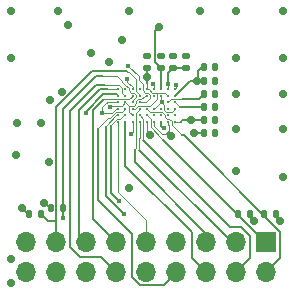
<source format=gbr>
%TF.GenerationSoftware,KiCad,Pcbnew,7.0.5*%
%TF.CreationDate,2024-03-10T15:58:08+09:00*%
%TF.ProjectId,camera_exp,63616d65-7261-45f6-9578-702e6b696361,rev?*%
%TF.SameCoordinates,Original*%
%TF.FileFunction,Copper,L1,Top*%
%TF.FilePolarity,Positive*%
%FSLAX46Y46*%
G04 Gerber Fmt 4.6, Leading zero omitted, Abs format (unit mm)*
G04 Created by KiCad (PCBNEW 7.0.5) date 2024-03-10 15:58:08*
%MOMM*%
%LPD*%
G01*
G04 APERTURE LIST*
G04 Aperture macros list*
%AMRoundRect*
0 Rectangle with rounded corners*
0 $1 Rounding radius*
0 $2 $3 $4 $5 $6 $7 $8 $9 X,Y pos of 4 corners*
0 Add a 4 corners polygon primitive as box body*
4,1,4,$2,$3,$4,$5,$6,$7,$8,$9,$2,$3,0*
0 Add four circle primitives for the rounded corners*
1,1,$1+$1,$2,$3*
1,1,$1+$1,$4,$5*
1,1,$1+$1,$6,$7*
1,1,$1+$1,$8,$9*
0 Add four rect primitives between the rounded corners*
20,1,$1+$1,$2,$3,$4,$5,0*
20,1,$1+$1,$4,$5,$6,$7,0*
20,1,$1+$1,$6,$7,$8,$9,0*
20,1,$1+$1,$8,$9,$2,$3,0*%
G04 Aperture macros list end*
%TA.AperFunction,ComponentPad*%
%ADD10R,1.700000X1.700000*%
%TD*%
%TA.AperFunction,ComponentPad*%
%ADD11O,1.700000X1.700000*%
%TD*%
%TA.AperFunction,SMDPad,CuDef*%
%ADD12C,0.250000*%
%TD*%
%TA.AperFunction,SMDPad,CuDef*%
%ADD13RoundRect,0.140000X0.170000X-0.140000X0.170000X0.140000X-0.170000X0.140000X-0.170000X-0.140000X0*%
%TD*%
%TA.AperFunction,SMDPad,CuDef*%
%ADD14RoundRect,0.140000X-0.140000X-0.170000X0.140000X-0.170000X0.140000X0.170000X-0.140000X0.170000X0*%
%TD*%
%TA.AperFunction,SMDPad,CuDef*%
%ADD15RoundRect,0.135000X0.135000X0.185000X-0.135000X0.185000X-0.135000X-0.185000X0.135000X-0.185000X0*%
%TD*%
%TA.AperFunction,SMDPad,CuDef*%
%ADD16RoundRect,0.135000X-0.135000X-0.185000X0.135000X-0.185000X0.135000X0.185000X-0.135000X0.185000X0*%
%TD*%
%TA.AperFunction,ViaPad*%
%ADD17C,0.450000*%
%TD*%
%TA.AperFunction,ViaPad*%
%ADD18C,0.700000*%
%TD*%
%TA.AperFunction,Conductor*%
%ADD19C,0.150000*%
%TD*%
%TA.AperFunction,Conductor*%
%ADD20C,0.100000*%
%TD*%
%TA.AperFunction,Conductor*%
%ADD21C,0.200000*%
%TD*%
%TA.AperFunction,Conductor*%
%ADD22C,0.350000*%
%TD*%
%TA.AperFunction,Conductor*%
%ADD23C,0.120000*%
%TD*%
G04 APERTURE END LIST*
D10*
%TO.P,J1,1,Pin_1*%
%TO.N,/DVP_0*%
X102620000Y-57560000D03*
D11*
%TO.P,J1,2,Pin_2*%
%TO.N,/DVP_1*%
X102620000Y-60100000D03*
%TO.P,J1,3,Pin_3*%
%TO.N,/DVP_2*%
X100080000Y-57560000D03*
%TO.P,J1,4,Pin_4*%
%TO.N,/DVP_3*%
X100080000Y-60100000D03*
%TO.P,J1,5,Pin_5*%
%TO.N,/DVP_4*%
X97540000Y-57560000D03*
%TO.P,J1,6,Pin_6*%
%TO.N,/DVP_5*%
X97540000Y-60100000D03*
%TO.P,J1,7,Pin_7*%
%TO.N,/DVP_6*%
X95000000Y-57560000D03*
%TO.P,J1,8,Pin_8*%
%TO.N,/DVP_7*%
X95000000Y-60100000D03*
%TO.P,J1,9,Pin_9*%
%TO.N,/DVP_8*%
X92460000Y-57560000D03*
%TO.P,J1,10,Pin_10*%
%TO.N,/DVP_9*%
X92460000Y-60100000D03*
%TO.P,J1,11,Pin_11*%
%TO.N,/VSYNC*%
X89920000Y-57560000D03*
%TO.P,J1,12,Pin_12*%
%TO.N,/HREF*%
X89920000Y-60100000D03*
%TO.P,J1,13,Pin_13*%
%TO.N,/PCLK*%
X87380000Y-57560000D03*
%TO.P,J1,14,Pin_14*%
%TO.N,/EXCLK*%
X87380000Y-60100000D03*
%TO.P,J1,15,Pin_15*%
%TO.N,/SDA*%
X84840000Y-57560000D03*
%TO.P,J1,16,Pin_16*%
%TO.N,/SCL*%
X84840000Y-60100000D03*
%TO.P,J1,17,Pin_17*%
%TO.N,+3V3*%
X82300000Y-57560000D03*
%TO.P,J1,18,Pin_18*%
%TO.N,GND*%
X82300000Y-60100000D03*
%TD*%
D12*
%TO.P,U1,A1,PCLK*%
%TO.N,/PCLK*%
X90080000Y-44620000D03*
%TO.P,U1,A2,DOGND*%
%TO.N,GND*%
X90680000Y-44620000D03*
%TO.P,U1,A3,DOVDD*%
%TO.N,+2V8*%
X91280000Y-44620000D03*
%TO.P,U1,A4,PWDN*%
%TO.N,/PWDN*%
X91880000Y-44620000D03*
%TO.P,U1,A5,DOVDD*%
%TO.N,+2V8*%
X92480000Y-44620000D03*
%TO.P,U1,A6,DOGND*%
%TO.N,GND*%
X93080000Y-44620000D03*
%TO.P,U1,A7,VR*%
%TO.N,/VR*%
X93680000Y-44620000D03*
%TO.P,U1,A8,DVDD*%
%TO.N,/DVDD*%
X94280000Y-44620000D03*
%TO.P,U1,A9,AGND*%
%TO.N,GND*%
X94880000Y-44620000D03*
%TO.P,U1,B1,AGND*%
X90080000Y-45170000D03*
%TO.P,U1,B2,HREF*%
%TO.N,/HREF*%
X90680000Y-45170000D03*
%TO.P,U1,B3,VSYNC*%
%TO.N,/VSYNC*%
X91280000Y-45170000D03*
%TO.P,U1,B4,SDA*%
%TO.N,/SDA*%
X91880000Y-45170000D03*
%TO.P,U1,B5,DVDD*%
%TO.N,/DVDD*%
X92480000Y-45170000D03*
%TO.P,U1,B6,VDD_EF*%
%TO.N,unconnected-(U1-VDD_EF-PadB6)*%
X93080000Y-45170000D03*
%TO.P,U1,B7,DOGND*%
%TO.N,GND*%
X93680000Y-45170000D03*
%TO.P,U1,B8,DOVDD*%
%TO.N,+2V8*%
X94280000Y-45170000D03*
%TO.P,U1,B9,AVDD*%
%TO.N,+1V8*%
X94880000Y-45170000D03*
%TO.P,U1,C1,AVDD*%
X90080000Y-45720000D03*
%TO.P,U1,C2,DVDD*%
%TO.N,/DVDD*%
X90680000Y-45720000D03*
%TO.P,U1,C3,SCL*%
%TO.N,/SCL*%
X91280000Y-45720000D03*
%TO.P,U1,C4,RSTB*%
%TO.N,/RSTB*%
X91880000Y-45720000D03*
%TO.P,U1,C8,VH*%
%TO.N,Net-(U1-VH)*%
X94280000Y-45720000D03*
%TO.P,U1,C9,VN*%
%TO.N,Net-(U1-VN)*%
X94880000Y-45720000D03*
%TO.P,U1,D1,AVDD*%
%TO.N,+1V8*%
X90080000Y-46270000D03*
%TO.P,U1,D2,D7*%
%TO.N,/DVP_7*%
X90680000Y-46270000D03*
%TO.P,U1,D3,DOVDD*%
%TO.N,+2V8*%
X91280000Y-46270000D03*
%TO.P,U1,D4,D4*%
%TO.N,/DVP_4*%
X91880000Y-46270000D03*
%TO.P,U1,D5,D1/SID1*%
%TO.N,/DVP_1*%
X92480000Y-46270000D03*
%TO.P,U1,D6,AGND*%
%TO.N,GND*%
X93080000Y-46270000D03*
%TO.P,U1,D7,MCN*%
%TO.N,/MCN*%
X93680000Y-46270000D03*
%TO.P,U1,D8,MCP*%
%TO.N,/MCP*%
X94280000Y-46270000D03*
%TO.P,U1,D9,DOGND*%
%TO.N,GND*%
X94880000Y-46270000D03*
%TO.P,U1,E1,D9*%
%TO.N,/DVP_9*%
X90080000Y-46820000D03*
%TO.P,U1,E2,D6*%
%TO.N,/DVP_6*%
X90680000Y-46820000D03*
%TO.P,U1,E3,DVDD*%
%TO.N,/DVDD*%
X91280000Y-46820000D03*
%TO.P,U1,E4,D3*%
%TO.N,/DVP_3*%
X91880000Y-46820000D03*
%TO.P,U1,E5,D0/SID0*%
%TO.N,/DVP_0*%
X92480000Y-46820000D03*
%TO.P,U1,E6,MDN1*%
%TO.N,/MDN1*%
X93080000Y-46820000D03*
%TO.P,U1,E7,MDP1*%
%TO.N,/MDP1*%
X93680000Y-46820000D03*
%TO.P,U1,E8,MDP0*%
%TO.N,/MDP0*%
X94280000Y-46820000D03*
%TO.P,U1,E9,MDN0*%
%TO.N,/MDN0*%
X94880000Y-46820000D03*
%TO.P,U1,F1,D8*%
%TO.N,/DVP_8*%
X90080000Y-47370000D03*
%TO.P,U1,F2,D5*%
%TO.N,/DVP_5*%
X90680000Y-47370000D03*
%TO.P,U1,F3,DOGND*%
%TO.N,GND*%
X91280000Y-47370000D03*
%TO.P,U1,F4,D2*%
%TO.N,/DVP_2*%
X91880000Y-47370000D03*
%TO.P,U1,F5,EXCLK*%
%TO.N,/EXCLK*%
X92480000Y-47370000D03*
%TO.P,U1,F6,MVDD*%
%TO.N,/DVDD*%
X93080000Y-47370000D03*
%TO.P,U1,F7,DOGND*%
%TO.N,GND*%
X93680000Y-47370000D03*
%TO.P,U1,F8,MVDD*%
%TO.N,/DVDD*%
X94280000Y-47370000D03*
%TO.P,U1,F9,DOVDD*%
%TO.N,+2V8*%
X94880000Y-47370000D03*
%TD*%
D13*
%TO.P,C14,1*%
%TO.N,+2V8*%
X92500000Y-42780000D03*
%TO.P,C14,2*%
%TO.N,GND*%
X92500000Y-41820000D03*
%TD*%
D14*
%TO.P,C2,1*%
%TO.N,Net-(U1-VN)*%
X97320000Y-46150000D03*
%TO.P,C2,2*%
%TO.N,GND*%
X98280000Y-46150000D03*
%TD*%
D13*
%TO.P,C8,1*%
%TO.N,/DVDD*%
X94700000Y-42780000D03*
%TO.P,C8,2*%
%TO.N,GND*%
X94700000Y-41820000D03*
%TD*%
D15*
%TO.P,R3,2*%
%TO.N,/DVP_1*%
X102380000Y-55200000D03*
%TO.P,R3,1*%
%TO.N,+2V8*%
X103400000Y-55200000D03*
%TD*%
%TO.P,R2,1*%
%TO.N,+2V8*%
X101200000Y-55200000D03*
%TO.P,R2,2*%
%TO.N,/DVP_0*%
X100180000Y-55200000D03*
%TD*%
D14*
%TO.P,C5,1*%
%TO.N,+1V8*%
X97330000Y-43870000D03*
%TO.P,C5,2*%
%TO.N,GND*%
X98290000Y-43870000D03*
%TD*%
%TO.P,C18,1*%
%TO.N,+2V8*%
X97320000Y-47250000D03*
%TO.P,C18,2*%
%TO.N,GND*%
X98280000Y-47250000D03*
%TD*%
%TO.P,C13,1*%
%TO.N,/DVDD*%
X97320000Y-48300000D03*
%TO.P,C13,2*%
%TO.N,GND*%
X98280000Y-48300000D03*
%TD*%
%TO.P,C7,1*%
%TO.N,+1V8*%
X97320000Y-42700000D03*
%TO.P,C7,2*%
%TO.N,GND*%
X98280000Y-42700000D03*
%TD*%
D13*
%TO.P,C3,1*%
%TO.N,/VR*%
X93650000Y-42780000D03*
%TO.P,C3,2*%
%TO.N,GND*%
X93650000Y-41820000D03*
%TD*%
%TO.P,C19,1*%
%TO.N,/DVDD*%
X95800000Y-42780000D03*
%TO.P,C19,2*%
%TO.N,GND*%
X95800000Y-41820000D03*
%TD*%
D16*
%TO.P,R5,1*%
%TO.N,+2V8*%
X84390000Y-54700000D03*
%TO.P,R5,2*%
%TO.N,/SCL*%
X85410000Y-54700000D03*
%TD*%
%TO.P,R4,1*%
%TO.N,+2V8*%
X82490000Y-55200000D03*
%TO.P,R4,2*%
%TO.N,/SDA*%
X83510000Y-55200000D03*
%TD*%
D14*
%TO.P,C1,1*%
%TO.N,Net-(U1-VH)*%
X97320000Y-45000000D03*
%TO.P,C1,2*%
%TO.N,GND*%
X98280000Y-45000000D03*
%TD*%
D17*
%TO.N,GND*%
X87310000Y-46590000D03*
%TO.N,/SCL*%
X85410000Y-55480000D03*
%TO.N,/DVP_9*%
X90520000Y-55170000D03*
%TO.N,/DVP_6*%
X90170000Y-54090000D03*
%TO.N,+2V8*%
X90830000Y-43780000D03*
%TO.N,+1V8*%
X88700000Y-46590000D03*
%TO.N,/DVDD*%
X89370000Y-46110000D03*
%TO.N,GND*%
X91150000Y-48360000D03*
X93910000Y-47910000D03*
X93050000Y-44190000D03*
X95000000Y-44230000D03*
%TO.N,/DVDD*%
X94270000Y-44170000D03*
%TO.N,GND*%
X93750000Y-45720000D03*
%TO.N,/RSTB*%
X90921578Y-42602637D03*
D18*
%TO.N,/VR*%
X93500000Y-39300000D03*
%TO.N,+2V8*%
X103800000Y-55800000D03*
X101600000Y-55800000D03*
X81900000Y-54700000D03*
X83800000Y-54200000D03*
%TO.N,GND*%
X87800000Y-41500000D03*
X83500000Y-47500000D03*
X84201728Y-50798272D03*
X81434500Y-50200000D03*
X81500000Y-47500000D03*
X81000000Y-59000000D03*
X81000000Y-61000000D03*
X91000000Y-53000000D03*
X100080000Y-51490000D03*
X104000000Y-52000000D03*
X100000000Y-45000000D03*
X100000000Y-48000000D03*
X104000000Y-48000000D03*
X104000000Y-45000000D03*
X100000000Y-42000000D03*
X104000000Y-42000000D03*
X104000000Y-38000000D03*
X100000000Y-38000000D03*
X97000000Y-38000000D03*
X91000000Y-38000000D03*
X85000000Y-38000000D03*
X81000000Y-38000000D03*
X81000000Y-42000000D03*
%TO.N,+2V8*%
X89300000Y-42300000D03*
X96200000Y-47250000D03*
X84300000Y-45500000D03*
X85300000Y-44800000D03*
%TO.N,+1V8*%
X90400000Y-40450000D03*
X96700000Y-43870000D03*
%TO.N,GND*%
X85800000Y-39200000D03*
%TO.N,+2V8*%
X92511128Y-43570628D03*
%TO.N,/DVDD*%
X96500000Y-48330000D03*
X94520000Y-48570000D03*
%TO.N,/EXCLK*%
X92728200Y-48521800D03*
%TD*%
D19*
%TO.N,/VSYNC*%
X87940000Y-55580000D02*
X89920000Y-57560000D01*
X87940000Y-46390000D02*
X87940000Y-55580000D01*
X88885000Y-45445000D02*
X87940000Y-46390000D01*
D20*
%TO.N,/SCL*%
X88810000Y-43490000D02*
X88800000Y-43500000D01*
X89940000Y-43490000D02*
X88810000Y-43490000D01*
X90380000Y-43966397D02*
X90380000Y-43930000D01*
X90643603Y-44230000D02*
X90380000Y-43966397D01*
X90680000Y-44230000D02*
X90643603Y-44230000D01*
X91393909Y-44895000D02*
X91145000Y-44895000D01*
X91555000Y-45056091D02*
X91393909Y-44895000D01*
X91280000Y-45558909D02*
X91555000Y-45283909D01*
X91555000Y-45283909D02*
X91555000Y-45056091D01*
X91280000Y-45720000D02*
X91280000Y-45558909D01*
X91145000Y-44895000D02*
X90955000Y-44705000D01*
X90380000Y-43930000D02*
X89940000Y-43490000D01*
X90955000Y-44705000D02*
X90955000Y-44505000D01*
X90955000Y-44505000D02*
X90680000Y-44230000D01*
D19*
%TO.N,/PCLK*%
X86780000Y-56960000D02*
X86950000Y-57130000D01*
X88500000Y-44620000D02*
X86780000Y-46340000D01*
X86780000Y-46340000D02*
X86780000Y-56960000D01*
X89180000Y-44620000D02*
X88500000Y-44620000D01*
%TO.N,GND*%
X87310000Y-46507340D02*
X87310000Y-46590000D01*
X88772340Y-45045000D02*
X87310000Y-46507340D01*
X89955000Y-45045000D02*
X88772340Y-45045000D01*
X90080000Y-45170000D02*
X89955000Y-45045000D01*
%TO.N,/HREF*%
X88620000Y-58800000D02*
X89920000Y-60100000D01*
X86850000Y-58800000D02*
X88620000Y-58800000D01*
X86000000Y-57950000D02*
X86850000Y-58800000D01*
X86000000Y-46470000D02*
X86000000Y-57950000D01*
X88220000Y-44250000D02*
X86000000Y-46470000D01*
X88950000Y-44250000D02*
X88220000Y-44250000D01*
%TO.N,/SCL*%
X85400000Y-46280000D02*
X85400000Y-55470000D01*
X85400000Y-55470000D02*
X85410000Y-55480000D01*
X88800000Y-43500000D02*
X88180000Y-43500000D01*
X88180000Y-43500000D02*
X85400000Y-46280000D01*
%TO.N,/SDA*%
X84840000Y-46130000D02*
X84840000Y-55800000D01*
X90800000Y-43100000D02*
X87870000Y-43100000D01*
X87870000Y-43100000D02*
X84840000Y-46130000D01*
%TO.N,/DVP_9*%
X89000000Y-53650000D02*
X90520000Y-55170000D01*
X89000000Y-47700000D02*
X89000000Y-53650000D01*
%TO.N,/SCL*%
X85400000Y-55490000D02*
X85400000Y-55500000D01*
X85410000Y-55480000D02*
X85400000Y-55490000D01*
D20*
%TO.N,+1V8*%
X88700000Y-46590000D02*
X88700000Y-46600000D01*
X88700000Y-46140000D02*
X88700000Y-46590000D01*
X89057495Y-45782505D02*
X88700000Y-46140000D01*
X89183603Y-45660000D02*
X89061098Y-45782505D01*
X90080000Y-45720000D02*
X90020000Y-45660000D01*
X90020000Y-45660000D02*
X89183603Y-45660000D01*
X89061098Y-45782505D02*
X89057495Y-45782505D01*
%TO.N,/VSYNC*%
X89529314Y-45445000D02*
X88885000Y-45445000D01*
X89534314Y-45450000D02*
X89529314Y-45445000D01*
X89865686Y-45450000D02*
X89534314Y-45450000D01*
X91005000Y-45445000D02*
X89870686Y-45445000D01*
X89870686Y-45445000D02*
X89865686Y-45450000D01*
X91280000Y-45170000D02*
X91005000Y-45445000D01*
%TO.N,+1V8*%
X89534314Y-46600000D02*
X88700000Y-46600000D01*
X89687157Y-46447157D02*
X89534314Y-46600000D01*
X89687157Y-46447157D02*
X89864315Y-46270000D01*
X89634315Y-46500000D02*
X89687157Y-46447157D01*
%TO.N,GND*%
X91140000Y-48360000D02*
X91280000Y-48220000D01*
X91150000Y-48360000D02*
X91140000Y-48360000D01*
X91150000Y-48350000D02*
X91150000Y-48360000D01*
D19*
X93910000Y-47910000D02*
X93900000Y-47900000D01*
D20*
X93050000Y-44190000D02*
X93050000Y-44250000D01*
X95000000Y-44230000D02*
X95000000Y-44500000D01*
D21*
%TO.N,/DVDD*%
X94250000Y-44150000D02*
X94250000Y-43250000D01*
X94270000Y-44170000D02*
X94250000Y-44150000D01*
X94250000Y-44190000D02*
X94270000Y-44170000D01*
D20*
%TO.N,+2V8*%
X92780000Y-45995000D02*
X93355000Y-45420000D01*
X93355000Y-45420000D02*
X93355000Y-44930000D01*
X91280000Y-46270000D02*
X91491091Y-46270000D01*
X91766091Y-45995000D02*
X92780000Y-45995000D01*
X93355000Y-44930000D02*
X93320000Y-44895000D01*
X93320000Y-44895000D02*
X92935000Y-44895000D01*
X91491091Y-46270000D02*
X91766091Y-45995000D01*
X94005000Y-44895000D02*
X93320000Y-44895000D01*
%TO.N,GND*%
X93690000Y-45660000D02*
X93080000Y-46270000D01*
X93955000Y-45925000D02*
X93690000Y-45660000D01*
X94150000Y-46545000D02*
X93955000Y-46350000D01*
X94605000Y-46545000D02*
X94150000Y-46545000D01*
X93955000Y-46350000D02*
X93955000Y-45925000D01*
X94880000Y-46270000D02*
X94605000Y-46545000D01*
X93680000Y-45170000D02*
X93680000Y-45700000D01*
%TO.N,/RSTB*%
X91790000Y-43471059D02*
X91790000Y-43810000D01*
X92380000Y-45720000D02*
X91880000Y-45720000D01*
X92755000Y-45345000D02*
X92380000Y-45720000D01*
X92755000Y-45056091D02*
X92755000Y-45345000D01*
X92593909Y-44895000D02*
X92755000Y-45056091D01*
X92366091Y-44895000D02*
X92593909Y-44895000D01*
X91790000Y-43810000D02*
X92155000Y-44175000D01*
X92155000Y-44175000D02*
X92155000Y-44683909D01*
X92155000Y-44683909D02*
X92366091Y-44895000D01*
X90921578Y-42602637D02*
X91790000Y-43471059D01*
%TO.N,/SDA*%
X90950000Y-43120000D02*
X90820000Y-43120000D01*
X90820000Y-43120000D02*
X90800000Y-43100000D01*
X91590000Y-43760000D02*
X90950000Y-43120000D01*
X91880000Y-45060000D02*
X91590000Y-44770000D01*
X91880000Y-45170000D02*
X91880000Y-45060000D01*
X91590000Y-44770000D02*
X91590000Y-43760000D01*
%TO.N,+2V8*%
X94280000Y-45170000D02*
X94005000Y-44895000D01*
X92935000Y-44895000D02*
X92660000Y-44620000D01*
X92660000Y-44620000D02*
X92480000Y-44620000D01*
X91280000Y-44443224D02*
X91280000Y-44620000D01*
X90840000Y-44003224D02*
X91280000Y-44443224D01*
X90840000Y-43800000D02*
X90840000Y-44003224D01*
%TO.N,/HREF*%
X90148909Y-44250000D02*
X88950000Y-44250000D01*
X90405000Y-44895000D02*
X90405000Y-44506091D01*
X90680000Y-45170000D02*
X90405000Y-44895000D01*
X90405000Y-44506091D02*
X90148909Y-44250000D01*
D21*
%TO.N,/VR*%
X93140000Y-39640000D02*
X93140000Y-42270000D01*
X93140000Y-42270000D02*
X93650000Y-42780000D01*
X93480000Y-39300000D02*
X93140000Y-39640000D01*
X93500000Y-39300000D02*
X93480000Y-39300000D01*
%TO.N,+2V8*%
X103400000Y-55400000D02*
X103800000Y-55800000D01*
X103400000Y-55200000D02*
X103400000Y-55400000D01*
X101200000Y-55400000D02*
X101600000Y-55800000D01*
X101200000Y-55200000D02*
X101200000Y-55400000D01*
X82400000Y-55200000D02*
X81900000Y-54700000D01*
X82490000Y-55200000D02*
X82400000Y-55200000D01*
X84300000Y-54700000D02*
X83800000Y-54200000D01*
X84390000Y-54700000D02*
X84300000Y-54700000D01*
D19*
%TO.N,/SDA*%
X83510000Y-55200000D02*
X84110000Y-55800000D01*
X84840000Y-55800000D02*
X84840000Y-57560000D01*
X84110000Y-55800000D02*
X84840000Y-55800000D01*
D20*
%TO.N,/DVP_0*%
X93717158Y-48750000D02*
X93717158Y-48767158D01*
X93717158Y-48767158D02*
X93850000Y-48900000D01*
%TO.N,/DVDD*%
X93080000Y-47680000D02*
X93080000Y-47370000D01*
X93800000Y-48400000D02*
X93080000Y-47680000D01*
X94107107Y-48400000D02*
X93800000Y-48400000D01*
X94148553Y-48358553D02*
X94107107Y-48400000D01*
%TO.N,/DVP_0*%
X93717158Y-48750000D02*
X92805000Y-47837842D01*
X92805000Y-47837842D02*
X92805000Y-47145000D01*
X92805000Y-47145000D02*
X92480000Y-46820000D01*
D19*
X93850000Y-48900000D02*
X102510000Y-57560000D01*
%TO.N,/DVP_1*%
X103800000Y-58920000D02*
X102620000Y-60100000D01*
X103800000Y-56690000D02*
X103800000Y-58920000D01*
X95610000Y-48500000D02*
X103800000Y-56690000D01*
X95500000Y-48500000D02*
X95610000Y-48500000D01*
D20*
X92755000Y-46545000D02*
X92480000Y-46270000D01*
X93793909Y-46545000D02*
X92755000Y-46545000D01*
X94005000Y-46756091D02*
X93793909Y-46545000D01*
X94166091Y-47095000D02*
X94005000Y-46933909D01*
X94005000Y-46933909D02*
X94005000Y-46756091D01*
X94393909Y-47095000D02*
X94166091Y-47095000D01*
X94605000Y-47605000D02*
X94605000Y-47306091D01*
X94605000Y-47306091D02*
X94393909Y-47095000D01*
X95500000Y-48500000D02*
X94605000Y-47605000D01*
D21*
%TO.N,+2V8*%
X95500000Y-47250000D02*
X95350000Y-47400000D01*
X97270000Y-47250000D02*
X95500000Y-47250000D01*
D22*
%TO.N,+1V8*%
X96800000Y-43770000D02*
X96700000Y-43870000D01*
D21*
%TO.N,/DVDD*%
X94308553Y-48358553D02*
X94520000Y-48570000D01*
X94148553Y-48358553D02*
X94308553Y-48358553D01*
X94520000Y-48420000D02*
X94520000Y-48570000D01*
X94303553Y-48203553D02*
X94520000Y-48420000D01*
D20*
X94303553Y-48203553D02*
X94228553Y-48278553D01*
X94400000Y-48107107D02*
X94303553Y-48203553D01*
D21*
%TO.N,+2V8*%
X92480000Y-43539500D02*
X92511128Y-43570628D01*
X92480000Y-43500000D02*
X92480000Y-43539500D01*
D19*
X92480000Y-43500000D02*
X92480000Y-42800000D01*
X92480000Y-44080000D02*
X92480000Y-43500000D01*
D21*
%TO.N,+1V8*%
X96800000Y-43100000D02*
X96800000Y-43770000D01*
X97200000Y-42700000D02*
X96800000Y-43100000D01*
X97320000Y-42700000D02*
X97200000Y-42700000D01*
X96180000Y-43870000D02*
X96700000Y-43870000D01*
X96700000Y-43870000D02*
X97330000Y-43870000D01*
%TO.N,/DVDD*%
X94720000Y-42780000D02*
X94700000Y-42800000D01*
X95800000Y-42780000D02*
X94720000Y-42780000D01*
D19*
%TO.N,+2V8*%
X92480000Y-42800000D02*
X92500000Y-42780000D01*
D21*
%TO.N,+1V8*%
X94880000Y-45170000D02*
X96180000Y-43870000D01*
D20*
%TO.N,GND*%
X95000000Y-44500000D02*
X94880000Y-44620000D01*
X95000000Y-44200000D02*
X95000000Y-44230000D01*
D21*
%TO.N,Net-(U1-VH)*%
X96920000Y-45400000D02*
X95490000Y-45400000D01*
X97320000Y-45000000D02*
X96920000Y-45400000D01*
X95490000Y-45400000D02*
X95445000Y-45445000D01*
D20*
X94555000Y-45445000D02*
X95445000Y-45445000D01*
X94280000Y-45720000D02*
X94555000Y-45445000D01*
D23*
%TO.N,Net-(U1-VN)*%
X94880000Y-45720000D02*
X95310000Y-46150000D01*
D21*
%TO.N,/VR*%
X93680000Y-42840000D02*
X93650000Y-42810000D01*
X93680000Y-44620000D02*
X93680000Y-42840000D01*
%TO.N,/DVDD*%
X94250000Y-43250000D02*
X94700000Y-42800000D01*
X94250000Y-44250000D02*
X94250000Y-44190000D01*
%TO.N,Net-(U1-VN)*%
X97270000Y-46150000D02*
X95310000Y-46150000D01*
%TO.N,/DVDD*%
X96500000Y-48330000D02*
X97240000Y-48330000D01*
X97240000Y-48330000D02*
X97270000Y-48300000D01*
D20*
X94228553Y-48278553D02*
X94148553Y-48358553D01*
%TO.N,/DVP_3*%
X92205000Y-47145000D02*
X91880000Y-46820000D01*
X92205000Y-48905000D02*
X92205000Y-47145000D01*
%TO.N,/DVDD*%
X92305000Y-45170000D02*
X92480000Y-45170000D01*
X92030000Y-45445000D02*
X92305000Y-45170000D01*
X91755000Y-45445000D02*
X92030000Y-45445000D01*
X91600000Y-45600000D02*
X91755000Y-45445000D01*
X91600000Y-45788909D02*
X91600000Y-45600000D01*
X91055000Y-45995000D02*
X91393909Y-45995000D01*
X91393909Y-45995000D02*
X91600000Y-45788909D01*
X91005000Y-46045000D02*
X91055000Y-45995000D01*
%TO.N,/DVP_4*%
X91550000Y-47488909D02*
X91550000Y-49557685D01*
X91555000Y-47483909D02*
X91550000Y-47488909D01*
X91555000Y-46605000D02*
X91555000Y-47483909D01*
X91550000Y-46600000D02*
X91555000Y-46605000D01*
X91880000Y-46270000D02*
X91550000Y-46600000D01*
X91550000Y-49557685D02*
X91450000Y-49657685D01*
%TO.N,/PCLK*%
X86950000Y-57130000D02*
X87380000Y-57560000D01*
X90080000Y-44620000D02*
X89180000Y-44620000D01*
D19*
%TO.N,/DVP_7*%
X93900000Y-61200000D02*
X95000000Y-60100000D01*
X91900000Y-61200000D02*
X93900000Y-61200000D01*
X91200000Y-60500000D02*
X91900000Y-61200000D01*
X91200000Y-56850000D02*
X91200000Y-60500000D01*
X88350000Y-47850000D02*
X88350000Y-54000000D01*
D20*
X89192327Y-47007673D02*
X88350000Y-47850000D01*
X89409484Y-47007673D02*
X89192327Y-47007673D01*
X89872157Y-46545000D02*
X89409484Y-47007673D01*
D19*
X88350000Y-54000000D02*
X91200000Y-56850000D01*
D20*
X90680000Y-46270000D02*
X90405000Y-46545000D01*
X90405000Y-46545000D02*
X89872157Y-46545000D01*
D19*
%TO.N,/DVP_6*%
X90150000Y-54100000D02*
X89450000Y-53400000D01*
X89450000Y-53400000D02*
X89450000Y-47611091D01*
D20*
%TO.N,/DVP_9*%
X89880000Y-46820000D02*
X89000000Y-47700000D01*
X90080000Y-46820000D02*
X89880000Y-46820000D01*
%TO.N,/DVP_6*%
X89966091Y-47095000D02*
X89450000Y-47611091D01*
X90255000Y-47095000D02*
X89966091Y-47095000D01*
X90680000Y-46820000D02*
X90530000Y-46820000D01*
X90530000Y-46820000D02*
X90255000Y-47095000D01*
%TO.N,/DVP_8*%
X92460000Y-55710000D02*
X92460000Y-57560000D01*
X90080000Y-53330000D02*
X92460000Y-55710000D01*
X90080000Y-47370000D02*
X90080000Y-53330000D01*
D19*
%TO.N,/DVP_4*%
X91450000Y-50800000D02*
X97540000Y-56890000D01*
X91450000Y-49657685D02*
X91450000Y-50800000D01*
D20*
X97540000Y-56890000D02*
X97540000Y-57560000D01*
D19*
%TO.N,/DVP_5*%
X96300000Y-58860000D02*
X97540000Y-60100000D01*
X90680000Y-51080000D02*
X96300000Y-56700000D01*
X96300000Y-56700000D02*
X96300000Y-58860000D01*
X90680000Y-47370000D02*
X90680000Y-51080000D01*
%TO.N,/DVP_2*%
X91867495Y-49717495D02*
X99710000Y-57560000D01*
D20*
X91867495Y-48765200D02*
X91867495Y-49717495D01*
X91880000Y-47370000D02*
X91880000Y-48752695D01*
X91880000Y-48752695D02*
X91867495Y-48765200D01*
X99710000Y-57560000D02*
X100080000Y-57560000D01*
D19*
%TO.N,/DVP_3*%
X99550000Y-56250000D02*
X100500000Y-56250000D01*
X92205000Y-48905000D02*
X99550000Y-56250000D01*
X100500000Y-56250000D02*
X101250000Y-57000000D01*
X101250000Y-58930000D02*
X100080000Y-60100000D01*
X101250000Y-57000000D02*
X101250000Y-58930000D01*
D20*
%TO.N,+2V8*%
X94880000Y-47370000D02*
X95320000Y-47370000D01*
X92480000Y-44080000D02*
X92480000Y-44620000D01*
%TO.N,GND*%
X93080000Y-44280000D02*
X93050000Y-44190000D01*
X93080000Y-44620000D02*
X93080000Y-44280000D01*
%TO.N,/DVDD*%
X94280000Y-44280000D02*
X94250000Y-44250000D01*
X94280000Y-44620000D02*
X94280000Y-44280000D01*
%TO.N,+1V8*%
X89864315Y-46270000D02*
X90080000Y-46270000D01*
%TO.N,/DVDD*%
X90405000Y-45995000D02*
X90680000Y-45720000D01*
X89505000Y-45995000D02*
X90405000Y-45995000D01*
X89400000Y-46100000D02*
X89505000Y-45995000D01*
%TO.N,GND*%
X90680000Y-44620000D02*
X90630000Y-44620000D01*
%TO.N,/DVDD*%
X91005000Y-46045000D02*
X90680000Y-45720000D01*
X91005000Y-46545000D02*
X91005000Y-46045000D01*
X91280000Y-46820000D02*
X91005000Y-46545000D01*
%TO.N,GND*%
X91150000Y-48350000D02*
X91150000Y-48350000D01*
X91280000Y-48220000D02*
X91280000Y-47370000D01*
D19*
X93800000Y-47800000D02*
X93910000Y-47910000D01*
X93680000Y-47680000D02*
X93800000Y-47800000D01*
X93680000Y-47370000D02*
X93680000Y-47680000D01*
D20*
%TO.N,/DVDD*%
X94400000Y-47682843D02*
X94400000Y-48107107D01*
X94280000Y-47370000D02*
X94280000Y-47562843D01*
X94280000Y-47562843D02*
X94400000Y-47682843D01*
%TO.N,/DVP_0*%
X102620000Y-57560000D02*
X102510000Y-57560000D01*
%TO.N,/EXCLK*%
X92480000Y-48273600D02*
X92480000Y-47370000D01*
X92728200Y-48521800D02*
X92480000Y-48273600D01*
%TD*%
M02*

</source>
